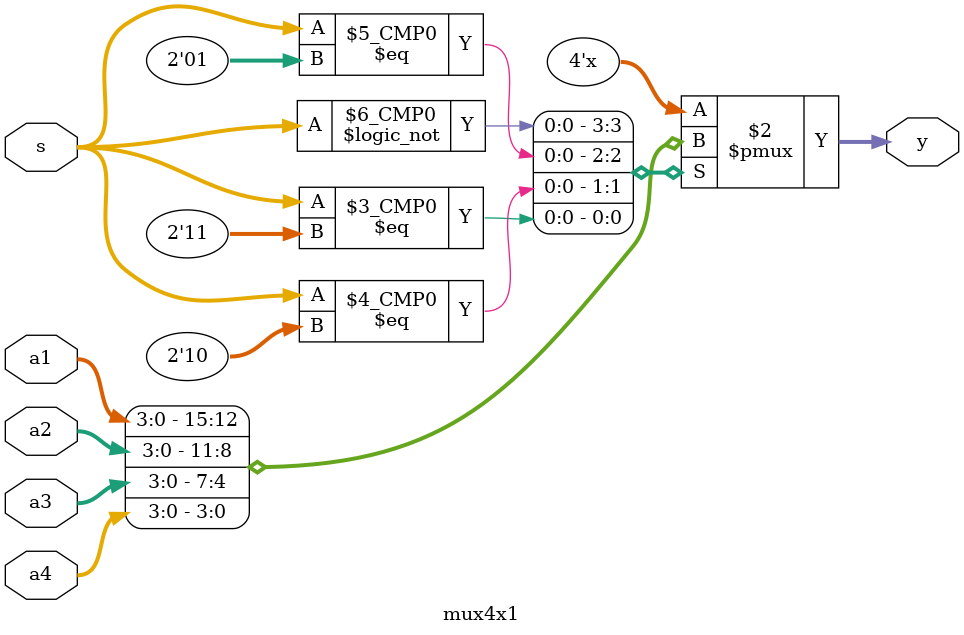
<source format=v>
module mux4x1(
	input [3:0] a1, a2, a3, a4,
	input [1:0] s,
	output reg [3:0] y
);

always@(*) begin
	case(s)
		2'b00 : y = a1;
		2'b01 : y = a2;
		2'b10 : y = a3;
		2'b11 : y = a4;
		default : y = 4'b0000;
	endcase
end

endmodule

</source>
